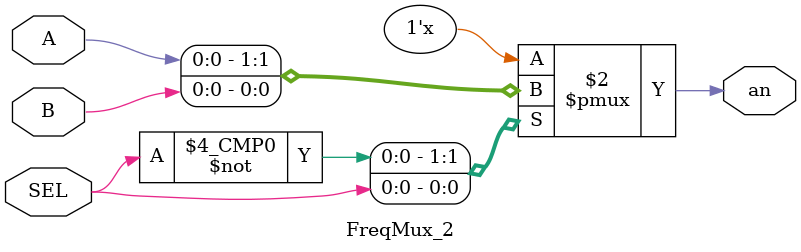
<source format=sv>
`timescale 1ns / 1ps


module FreqMux_2(
    input SEL,
    input A, B,
    output logic an
    );
    
    always_comb
    begin
    
    case(SEL)    
        0: an = A;
        1: an = B;
        default: an = A;
        endcase
        end
endmodule
</source>
